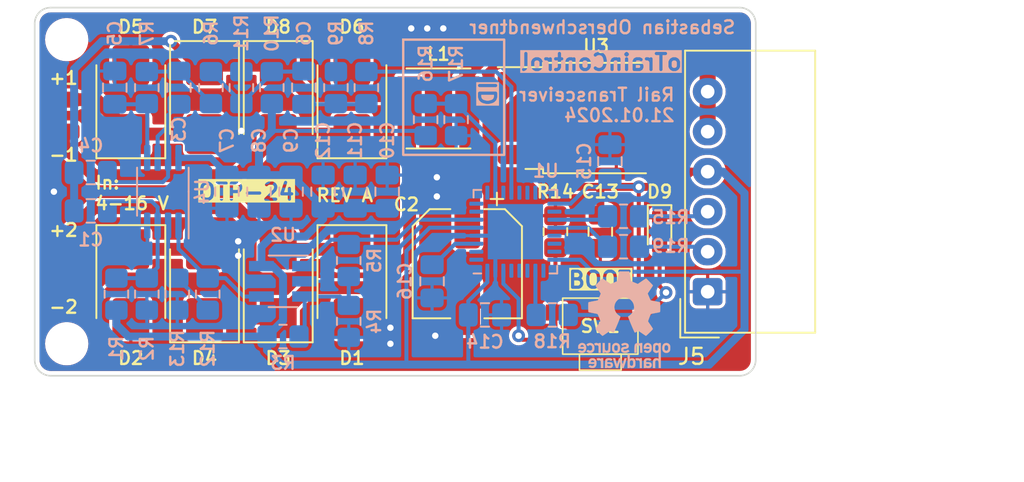
<source format=kicad_pcb>
(kicad_pcb (version 20221018) (generator pcbnew)
  (title_block (title "OTP24 - Rail Transceiver") (date "2024-01-21") (rev "A") (company "Sebastian Oberschwendtner") (comment 1 "www.github.com/SebastianOberschwendtner/OTP24-oTrainControl") (comment 4 "AISLER Project ID: XQQTRLXX"))
  (layers (0 "F.Cu" signal) (31 "B.Cu" signal) (34 "B.Paste" user) (35 "F.Paste" user) (36 "B.SilkS" user "B.Silkscreen") (37 "F.SilkS" user "F.Silkscreen") (38 "B.Mask" user) (39 "F.Mask" user) (44 "Edge.Cuts" user))
  (net 0 "")
  (net 1 "/Front End/Rail_In")
  (net 2 "/Connectors/DC_Rail")
  (net 3 "GND")
  (net 4 "Net-(C3-Pad1)")
  (net 5 "/Front End/Rail_Out")
  (net 6 "Net-(U4B-+)")
  (net 7 "Net-(C6-Pad1)")
  (net 8 "Net-(C6-Pad2)")
  (net 9 "+3V3")
  (net 10 "/Connectors/Rail_Raw")
  (net 11 "Net-(+1-Pin_1)")
  (net 12 "Net-(+2-Pin_1)")
  (net 13 "Net-(-1-Pin_1)")
  (net 14 "/Connectors/UART.TX")
  (net 15 "/Connectors/UART.RX")
  (net 16 "/Processor/BOOT0")
  (net 17 "Net-(U1-NRST)")
  (net 18 "/Processor/ID")
  (net 21 "Net-(U2-+)")
  (net 22 "/Front End/Pulse_In")
  (net 23 "/Front End/Pulse_Out")
  (net 24 "Net-(U2--)")
  (net 25 "Net-(U4A--)")
  (net 40 "Net-(U1-PA9)")
  (net 41 "Net-(U1-PA10)")
  (net 42 "Net-(U1-PB4)")
  (net 44 "Net-(-2-Pin_1)")
  (net 45 "Net-(D9-A)")
  (footprint "Diode_SMD:D_SMB" (layer "F.Cu") (at 146.8 104.25 -90)
    (fp_text reference "D1")
    (fp_text value "STPS 2L40U")
  )
  (footprint "Diode_SMD:D_SMB" (layer "F.Cu") (at 142.2 104.25 90)
    (fp_text reference "D3")
    (fp_text value "STPS 2L40U")
  )
  (footprint "Diode_SMD:D_SMB" (layer "F.Cu") (at 137.6 104.25 90)
    (fp_text reference "D4")
    (fp_text value "STPS 2L40U")
  )
  (footprint "Connector_Molex:Molex_SPOX_5268-06A_1x06_P2.50mm_Horizontal" (layer "F.Cu") (at 169 104.75 90)
    (fp_text reference "J5")
    (fp_text value "Conn_01x06_Socket")
  )
  (footprint "Diode_SMD:D_SMB" (layer "F.Cu") (at 142.2 92.75 -90)
    (fp_text reference "D8")
    (fp_text value "STPS 2L40U")
  )
  (footprint "Connector_Wire:SolderWirePad_1x01_SMD_1x2mm" (layer "F.Cu") (at 128.8 102.25 -90)
    (fp_text reference "+2")
    (fp_text value "Conn_01x01_Pin")
  )
  (footprint "Diode_SMD:D_SMB" (layer "F.Cu") (at 146.8 92.75 90)
    (fp_text reference "D6")
    (fp_text value "STPS 2L40U")
  )
  (footprint "Button_Switch_SMD_Extended:SW_SPST_Wuerth_WS-TASU_SMT" (layer "F.Cu") (at 162.3 106.9)
    (fp_text reference "SW1")
    (fp_text value "SW_Push")
  )
  (footprint "MountingHole:MountingHole_2.2mm_M2" (layer "F.Cu") (at 129 89)
    (fp_text reference "H1" hide)
    (fp_text value "MountingHole")
  )
  (footprint "Resistor_SMD:R_0805_2012Metric_Pad1.20x1.40mm_HandSolder" (layer "F.Cu") (at 159.5 101 90)
    (fp_text reference "R14")
    (fp_text value "10k")
  )
  (footprint "Connector_Wire:SolderWirePad_1x01_SMD_1x2mm" (layer "F.Cu") (at 128.8 104.25 -90)
    (fp_text reference "-2")
    (fp_text value "Conn_01x01_Pin")
  )
  (footprint "Package_TO_SOT_SMD:TO-252-2" (layer "F.Cu") (at 162.04 93.9)
    (fp_text reference "U3")
    (fp_text value "LF33_TO252")
  )
  (footprint "LED_SMD:LED_0603_1608Metric_Pad1.05x0.95mm_HandSolder" (layer "F.Cu") (at 166 101 -90)
    (fp_text reference "D9")
    (fp_text value "BLUE")
  )
  (footprint "Capacitor_SMD:CP_Elec_6.3x7.7" (layer "F.Cu") (at 154 103 -90)
    (fp_text reference "C2")
    (fp_text value "220u")
  )
  (footprint "Connector_Wire:SolderWirePad_1x01_SMD_1x2mm" (layer "F.Cu") (at 128.8 94.75 -90)
    (fp_text reference "-1")
    (fp_text value "Conn_01x01_Pin")
  )
  (footprint "Diode_SMD:D_SMB" (layer "F.Cu") (at 137.6 92.75 -90)
    (fp_text reference "D7")
    (fp_text value "STPS 2L40U")
  )
  (footprint "Diode_SMD:D_SMB" (layer "F.Cu") (at 133 92.75 90)
    (fp_text reference "D5")
    (fp_text value "STPS 2L40U")
  )
  (footprint "Connector_Wire:SolderWirePad_1x01_SMD_1x2mm" (layer "F.Cu") (at 128.8 92.75 90)
    (fp_text reference "+1")
    (fp_text value "Conn_01x01_Pin")
  )
  (footprint "MountingHole:MountingHole_2.2mm_M2" (layer "F.Cu") (at 129 108)
    (fp_text reference "H2" hide)
    (fp_text value "MountingHole")
  )
  (footprint "Capacitor_SMD:C_0805_2012Metric_Pad1.18x1.45mm_HandSolder" (layer "F.Cu") (at 162.3 101 -90)
    (fp_text reference "C13")
    (fp_text value "2.2u")
  )
  (footprint "Diode_SMD:D_SMB" (layer "F.Cu") (at 133 104.25 -90)
    (fp_text reference "D2")
    (fp_text value "STPS 2L40U")
  )
  (footprint "Inductor_SMD_Custom:L_Bourns_SRN5040" (layer "F.Cu") (at 152.2 93.3)
    (fp_text reference "L1")
    (fp_text value "33u")
  )
  (footprint "Resistor_SMD:R_0805_2012Metric_Pad1.20x1.40mm_HandSolder" (layer "B.Cu") (at 153.3 94 90)
    (fp_text reference "R17")
    (fp_text value "10k")
  )
  (footprint "Capacitor_SMD:C_0805_2012Metric_Pad1.18x1.45mm_HandSolder" (layer "B.Cu") (at 155.1 106.2)
    (fp_text reference "C14")
    (fp_text value "100n")
  )
  (footprint "Resistor_SMD:R_0805_2012Metric_Pad1.20x1.40mm_HandSolder" (layer "B.Cu") (at 134 104.9 -90)
    (fp_text reference "R2")
    (fp_text value "1k")
  )
  (footprint "Resistor_SMD:R_0805_2012Metric_Pad1.20x1.40mm_HandSolder" (layer "B.Cu") (at 146.6 106.6 -90)
    (fp_text reference "R4")
    (fp_text value "10k")
  )
  (footprint "Package_SO:MSOP-8_3x3mm_P0.65mm" (layer "B.Cu") (at 135 98.5 90)
    (fp_text reference "U4")
    (fp_text value "AD8656")
  )
  (footprint "Capacitor_SMD:C_0805_2012Metric_Pad1.18x1.45mm_HandSolder" (layer "B.Cu") (at 143.8 92 -90)
    (fp_text reference "C6")
    (fp_text value "47p")
  )
  (footprint "Capacitor_SMD:C_0805_2012Metric_Pad1.18x1.45mm_HandSolder" (layer "B.Cu") (at 141 98.5 90)
    (fp_text reference "C8")
    (fp_text value "100n")
  )
  (footprint "Capacitor_SMD:C_0805_2012Metric_Pad1.18x1.45mm_HandSolder" (layer "B.Cu") (at 132 92 -90)
    (fp_text reference "C5")
    (fp_text value "10p")
  )
  (footprint "Capacitor_SMD:C_0805_2012Metric_Pad1.18x1.45mm_HandSolder" (layer "B.Cu") (at 149 98.5 -90)
    (fp_text reference "C10")
    (fp_text value "24p")
  )
  (footprint "Capacitor_SMD:C_0805_2012Metric_Pad1.18x1.45mm_HandSolder" (layer "B.Cu") (at 136 92 -90)
    (fp_text reference "C3")
    (fp_text value "24p")
  )
  (footprint "Resistor_SMD:R_0805_2012Metric_Pad1.20x1.40mm_HandSolder" (layer "B.Cu") (at 134 92 -90)
    (fp_text reference "R7")
    (fp_text value "15.2k")
  )
  (footprint "Resistor_SMD:R_0805_2012Metric_Pad1.20x1.40mm_HandSolder" (layer "B.Cu") (at 159.3 106.2)
    (fp_text reference "R18")
    (fp_text value "100")
  )
  (footprint "Package_TO_SOT_SMD:SOT-23-5_HandSoldering" (layer "B.Cu") (at 142.5 104.1 180)
    (fp_text reference "U2")
    (fp_text value "TS3011")
  )
  (footprint "Resistor_SMD:R_0805_2012Metric_Pad1.20x1.40mm_HandSolder" (layer "B.Cu") (at 163.75 100.0375 180)
    (fp_text reference "R15")
    (fp_text value "100")
  )
  (footprint "Capacitor_SMD:C_0805_2012Metric_Pad1.18x1.45mm_HandSolder" (layer "B.Cu") (at 145 98.5 -90)
    (fp_text reference "C12")
    (fp_text value "100n")
  )
  (footprint "Resistor_SMD:R_0805_2012Metric_Pad1.20x1.40mm_HandSolder" (layer "B.Cu") (at 142.5 107.55)
    (fp_text reference "R3")
    (fp_text value "10k")
  )
  (footprint "Resistor_SMD:R_0805_2012Metric_Pad1.20x1.40mm_HandSolder" (layer "B.Cu") (at 146.6 102.8 90)
    (fp_text reference "R5")
    (fp_text value "100k")
  )
  (footprint "Resistor_SMD:R_0805_2012Metric_Pad1.20x1.40mm_HandSolder" (layer "B.Cu") (at 137.8 104.9 -90)
    (fp_text reference "R12")
    (fp_text value "1k")
  )
  (footprint "Resistor_SMD:R_0805_2012Metric_Pad1.20x1.40mm_HandSolder" (layer "B.Cu") (at 163.75 101.9375 180)
    (fp_text reference "R19")
    (fp_text value "100")
  )
  (footprint "Resistor_SMD:R_0805_2012Metric_Pad1.20x1.40mm_HandSolder" (layer "B.Cu") (at 139.9 92 -90)
    (fp_text reference "R11")
    (fp_text value "3.3k")
  )
  (footprint "Capacitor_SMD:C_0805_2012Metric_Pad1.18x1.45mm_HandSolder" (layer "B.Cu") (at 143 98.5 90)
    (fp_text reference "C9")
    (fp_text value "1n")
  )
  (footprint "Resistor_SMD:R_0805_2012Metric_Pad1.20x1.40mm_HandSolder" (layer "B.Cu") (at 145.8 92 -90)
    (fp_text reference "R9")
    (fp_text value "3.3k")
  )
  (footprint "Symbol:OSHW-Logo_5.7x6mm_SilkScreen" (layer "B.Cu") (at 163.8 106.5 180)
    (fp_text reference "REF**" hide)
    (fp_text value "OSHW-Logo_5.7x6mm_SilkScreen" hide)
  )
  (footprint "Capacitor_SMD:C_0805_2012Metric_Pad1.18x1.45mm_HandSolder" (layer "B.Cu") (at 147 98.5 -90)
    (fp_text reference "C11")
    (fp_text value "1n")
  )
  (footprint "Capacitor_SMD:C_0805_2012Metric_Pad1.18x1.45mm_HandSolder" (layer "B.Cu") (at 151.8 104.1 -90)
    (fp_text reference "C16")
    (fp_text value "10n")
  )
  (footprint "Resistor_SMD:R_0805_2012Metric_Pad1.20x1.40mm_HandSolder" (layer "B.Cu") (at 132.1 104.9 90)
    (fp_text reference "R1")
    (fp_text value "1k")
  )
  (footprint "Resistor_SMD:R_0805_2012Metric_Pad1.20x1.40mm_HandSolder" (layer "B.Cu") (at 141.8 92 -90)
    (fp_text reference "R10")
    (fp_text value "3.3k")
  )
  (footprint "Resistor_SMD:R_0805_2012Metric_Pad1.20x1.40mm_HandSolder" (layer "B.Cu") (at 138 92 -90)
    (fp_text reference "R6")
    (fp_text value "3k")
  )
  (footprint "Capacitor_SMD:C_0805_2012Metric_Pad1.18x1.45mm_HandSolder" (layer "B.Cu") (at 139 98.5 90)
    (fp_text reference "C7")
    (fp_text value "24p")
  )
  (footprint "Resistor_SMD:R_0805_2012Metric_Pad1.20x1.40mm_HandSolder" (layer "B.Cu") (at 147.7 92 -90)
    (fp_text reference "R8")
    (fp_text value "1k")
  )
  (footprint "Capacitor_SMD:C_0805_2012Metric_Pad1.18x1.45mm_HandSolder" (layer "B.Cu") (at 130.5 99.7 180)
    (fp_text reference "C1")
    (fp_text value "100n")
  )
  (footprint "Resistor_SMD:R_0805_2012Metric_Pad1.20x1.40mm_HandSolder" (layer "B.Cu") (at 135.9 104.9 90)
    (fp_text reference "R13")
    (fp_text value "1k")
  )
  (footprint "Capacitor_SMD:C_0805_2012Metric_Pad1.18x1.45mm_HandSolder" (layer "B.Cu") (at 162.9 96.6 90)
    (fp_text reference "C15")
    (fp_text value "100n")
  )
  (footprint "Capacitor_SMD:C_0805_2012Metric_Pad1.18x1.45mm_HandSolder" (layer "B.Cu") (at 130.5 97.3 180)
    (fp_text reference "C4")
    (fp_text value "100n")
  )
  (footprint "Resistor_SMD:R_0805_2012Metric_Pad1.20x1.40mm_HandSolder" (layer "B.Cu") (at 151.4 94 -90)
    (fp_text reference "R16")
    (fp_text value "10k")
  )
  (footprint "Package_DFN_QFN:QFN-32-1EP_5x5mm_P0.5mm_EP3.45x3.45mm" (layer "B.Cu") (at 157 101)
    (fp_text reference "U1")
    (fp_text value "STM32L071K8Ux")
  )
  (gr_rect (start 150 89) (end 156.3 96.2) (stroke (width 0.15)) (fill none) (layer "B.SilkS"))
  (gr_line (start 172 88) (end 172 109) (stroke (width 0.1)) (layer "Edge.Cuts"))
  (gr_line (start 128 87) (end 171 87) (stroke (width 0.1)) (layer "Edge.Cuts"))
  (gr_arc (start 128 110) (mid 127.292893 109.707107) (end 127 109) (stroke (width 0.1)) (layer "Edge.Cuts"))
  (gr_arc (start 127 88) (mid 127.292893 87.292893) (end 128 87) (stroke (width 0.1)) (layer "Edge.Cuts"))
  (gr_arc (start 171 87) (mid 171.707107 87.292893) (end 172 88) (stroke (width 0.1)) (layer "Edge.Cuts"))
  (gr_line (start 127 109) (end 127 88) (stroke (width 0.1)) (layer "Edge.Cuts"))
  (gr_line (start 171 110) (end 128 110) (stroke (width 0.1)) (layer "Edge.Cuts"))
  (gr_arc (start 172 109) (mid 171.707107 109.707107) (end 171 110) (stroke (width 0.1)) (layer "Edge.Cuts"))
  (gr_text "oTrainControl" (at 167.5 91) (layer "B.SilkS" knockout) (effects (font (size 1 1) (thickness 0.2) bold) (justify left bottom mirror)))
  (gr_text "Rail Transceiver\n21.01.2024" (at 167.015238 94.2) (layer "B.SilkS") (effects (font (size 0.8 0.8)) (justify left bottom mirror)))
  (gr_text "ID" (at 155.9 91.5 90) (layer "B.SilkS" knockout) (effects (font (size 1 1) (thickness 0.2) bold) (justify left bottom mirror)))
  (gr_text "Sebastian Oberschwendtner" (at 170.805715 88.7) (layer "B.SilkS") (effects (font (size 0.8 0.8)) (justify left bottom mirror)))
  (gr_text "OTP-24" (at 137.1 99.1) (layer "F.SilkS" knockout) (effects (font (size 1 1) (thickness 0.2) bold) (justify left bottom)))
  (gr_text "In:\n4-16 V" (at 130.7 99.7) (layer "F.SilkS") (effects (font (size 0.8 0.8)) (justify left bottom)))
  (gr_text "REV A" (at 144.5 99.2) (layer "F.SilkS") (effects (font (size 0.8 0.8)) (justify left bottom)))
  (gr_text "BOOT" (at 160.2 104.6) (layer "F.SilkS" knockout) (effects (font (size 1 1) (thickness 0.2) bold) (justify left bottom)))
  (segment (start 134.675 100.6125) (end 134.675 103.225) (width 0.25) (layer "B.Cu") (net 1))
  (segment (start 134.675 99.475) (end 134.3 99.1) (width 0.25) (layer "B.Cu") (net 1))
  (segment (start 132.1 103.9) (end 134 103.9) (width 0.25) (layer "B.Cu") (net 1))
  (segment (start 134.675 103.225) (end 134 103.9) (width 0.25) (layer "B.Cu") (net 1))
  (segment (start 131.9375 99.1) (end 131.5375 99.5) (width 0.25) (layer "B.Cu") (net 1))
  (segment (start 134.675 100.6125) (end 134.675 99.475) (width 0.25) (layer "B.Cu") (net 1))
  (segment (start 134.3 99.1) (end 131.9375 99.1) (width 0.25) (layer "B.Cu") (net 1))
  (segment (start 169 94.75) (end 169 92.25) (width 1) (layer "F.Cu") (net 2))
  (segment (start 154 101.4) (end 154 93) (width 1) (layer "F.Cu") (net 2))
  (segment (start 157 91.62) (end 155.32 93.3) (width 0.8) (layer "F.Cu") (net 2))
  (segment (start 169 90.3) (end 167.7 89) (width 1) (layer "F.Cu") (net 2))
  (segment (start 154 91) (end 154 93) (width 1) (layer "F.Cu") (net 2))
  (segment (start 169 92.25) (end 169 90.3) (width 1) (layer "F.Cu") (net 2))
  (segment (start 156 89) (end 154 91) (width 1) (layer "F.Cu") (net 2))
  (segment (start 167.7 89) (end 156 89) (width 1) (layer "F.Cu") (net 2))
  (segment (start 155.32 93.3) (end 154 93.3) (width 0.8) (layer "F.Cu") (net 2))
  (via (at 152.1 97.6) (size 0.8) (drill 0.4) (layers "F.Cu" "B.Cu") (net 3))
  (via (at 139.9 94.7) (size 0.8) (drill 0.4) (layers "F.Cu" "B.Cu") (net 3))
  (via (at 151.5 88.3) (size 0.8) (drill 0.4) (layers "F.Cu" "B.Cu") (net 3))
  (via (at 139.7 101.6) (size 0.8) (drill 0.4) (layers "F.Cu" "B.Cu") (net 3))
  (via (at 152.1 98.8) (size 0.8) (drill 0.4) (layers "F.Cu" "B.Cu") (net 3))
  (via (at 150.5 88.3) (size 0.8) (drill 0.4) (layers "F.Cu" "B.Cu") (net 3))
  (via (at 149.2 108) (size 0.8) (drill 0.4) (layers "F.Cu" "B.Cu") (net 3))
  (via (at 128.2 98.5) (size 0.8) (drill 0.4) (layers "F.Cu" "B.Cu") (net 3))
  (via (at 152 107.5) (size 0.8) (drill 0.4) (layers "F.Cu" "B.Cu") (net 3))
  (via (at 149.2 107) (size 0.8) (drill 0.4) (layers "F.Cu" "B.Cu") (net 3))
  (via (at 139.7 102.5) (size 0.8) (drill 0.4) (layers "F.Cu" "B.Cu") (net 3))
  (via (at 152.5 88.3) (size 0.8) (drill 0.4) (layers "F.Cu" "B.Cu") (net 3))
  (segment (start 156.75 101.25) (end 157 101) (width 0.25) (layer "B.Cu") (net 3))
  (segment (start 155.75 102.25) (end 157 101) (width 0.25) (layer "B.Cu") (net 3))
  (segment (start 155.75 103.4375) (end 155.75 102.25) (width 0.25) (layer "B.Cu") (net 3))
  (segment (start 154.5625 101.25) (end 156.75 101.25) (width 0.25) (layer "B.Cu") (net 3))
  (segment (start 135.9625 91) (end 136 90.9625) (width 0.25) (layer "B.Cu") (net 4))
  (segment (start 134 91) (end 135.9625 91) (width 0.25) (layer "B.Cu") (net 4))
  (segment (start 138 92.9625) (end 138 93) (width 0.25) (layer "B.Cu") (net 4))
  (segment (start 136 90.9625) (end 138 92.9625) (width 0.25) (layer "B.Cu") (net 4))
  (segment (start 135.325 94.4) (end 135.325 93.7125) (width 0.25) (layer "B.Cu") (net 5))
  (segment (start 134.675 96.3875) (end 134.675 95.05) (width 0.25) (layer "B.Cu") (net 5))
  (segment (start 135.325 96.3875) (end 135.325 97.575) (width 0.25) (layer "B.Cu") (net 5))
  (segment (start 135.325 97.575) (end 135 97.9) (width 0.25) (layer "B.Cu") (net 5))
  (segment (start 134.675 95.05) (end 135.325 94.4) (width 0.25) (layer "B.Cu") (net 5))
  (segment (start 135.325 93.7125) (end 136 93.0375) (width 0.25) (layer "B.Cu") (net 5))
  (segment (start 131.9375 97.9) (end 131.5375 97.5) (width 0.25) (layer "B.Cu") (net 5))
  (segment (start 135 97.9) (end 131.9375 97.9) (width 0.25) (layer "B.Cu") (net 5))
  (segment (start 135.325 96.3875) (end 135.325 94.4) (width 0.25) (layer "B.Cu") (net 5))
  (segment (start 133.9625 93.0375) (end 134 93) (width 0.25) (layer "B.Cu") (net 6))
  (segment (start 132 93.0375) (end 133.9625 93.0375) (width 0.25) (layer "B.Cu") (net 6))
  (segment (start 134.025 96.3875) (end 134.025 93.025) (width 0.25) (layer "B.Cu") (net 6))
  (segment (start 134.025 93.025) (end 134 93) (width 0.25) (layer "B.Cu") (net 6))
  (segment (start 141.8 91) (end 143.7625 91) (width 0.25) (layer "B.Cu") (net 7))
  (segment (start 143.7625 91) (end 143.8 90.9625) (width 0.25) (layer "B.Cu") (net 7))
  (segment (start 139.9 92.9) (end 139.9 93) (width 0.25) (layer "B.Cu") (net 7))
  (segment (start 141.8 91.1) (end 141.8 91) (width 0.25) (layer "B.Cu") (net 7))
  (segment (start 138 91) (end 139.9 92.9) (width 0.25) (layer "B.Cu") (net 7))
  (segment (start 139.9 93) (end 141.8 91.1) (width 0.25) (layer "B.Cu") (net 7))
  (segment (start 147.6625 93.0375) (end 147.7 93) (width 0.25) (layer "B.Cu") (net 8))
  (segment (start 143.8 93.0375) (end 147.6625 93.0375) (width 0.25) (layer "B.Cu") (net 8))
  (segment (start 167.95 97.25) (end 167 98.2) (width 0.5) (layer "F.Cu") (net 9))
  (segment (start 169 97.25) (end 167.95 97.25) (width 0.5) (layer "F.Cu") (net 9))
  (segment (start 162.2 98.2) (end 161.5 98.2) (width 0.5) (layer "F.Cu") (net 9))
  (segment (start 164.7 105.65) (end 164.7 98.2) (width 0.25) (layer "F.Cu") (net 9))
  (segment (start 164.7 98.2) (end 162.2 98.2) (width 0.5) (layer "F.Cu") (net 9))
  (segment (start 162.3 99.9625) (end 162.3 98.2) (width 0.5) (layer "F.Cu") (net 9))
  (segment (start 159.02 98.2) (end 157 96.18) (width 0.5) (layer "F.Cu") (net 9))
  (segment (start 167 98.2) (end 164.7 98.2) (width 0.5) (layer "F.Cu") (net 9))
  (segment (start 165.1 106.05) (end 164.7 105.65) (width 0.25) (layer "F.Cu") (net 9))
  (segment (start 161.5 98.2) (end 159.02 98.2) (width 0.5) (layer "F.Cu") (net 9))
  (segment (start 165.1 107.75) (end 165.1 106.05) (width 0.25) (layer "F.Cu") (net 9))
  (via (at 164.7 98.2) (size 0.8) (drill 0.4) (layers "F.Cu" "B.Cu") (net 9))
  (segment (start 141 95.5) (end 141 97.4625) (width 0.5) (layer "B.Cu") (net 9))
  (segment (start 150.3 109.3) (end 142.4 109.3) (width 0.5) (layer "B.Cu") (net 9))
  (segment (start 171.2 103.5) (end 161.8 103.5) (width 0.25) (layer "B.Cu") (net 9))
  (segment (start 155.25 104.15) (end 154.0625 105.3375) (width 0.25) (layer "B.Cu") (net 9))
  (segment (start 164.6625 98.1625) (end 164.7 98.2) (width 0.25) (layer "B.Cu") (net 9))
  (segment (start 141.15 101.95) (end 141.8 101.3) (width 0.5) (layer "B.Cu") (net 9))
  (segment (start 151.4 95) (end 151.4 94.9) (width 0.25) (layer "B.Cu") (net 9))
  (segment (start 141.8 93) (end 141.8 94.7) (width 0.5) (layer "B.Cu") (net 9))
  (segment (start 155.25 103.4375) (end 155.25 104.15) (width 0.25) (layer "B.Cu") (net 9))
  (segment (start 132.85 107.55) (end 141.5 107.55) (width 0.5) (layer "B.Cu") (net 9))
  (segment (start 149 99.5375) (end 145 99.5375) (width 0.5) (layer "B.Cu") (net 9))
  (segment (start 150.2 109.2) (end 150.2 102.2) (width 0.25) (layer "B.Cu") (net 9))
  (segment (start 143.9 101.3) (end 145 100.2) (width 0.5) (layer "B.Cu") (net 9))
  (segment (start 154.0625 105.3375) (end 154.0625 106.2) (width 0.25) (layer "B.Cu") (net 9))
  (segment (start 141.15 103.15) (end 141.15 101.95) (width 0.5) (layer "B.Cu") (net 9))
  (segment (start 171.3 103.5) (end 171.3 98.6) (width 0.5) (layer "B.Cu") (net 9))
  (segment (start 164.7 98.2) (end 161.5 98.2) (width 0.25) (layer "B.Cu") (net 9))
  (segment (start 142.4 109.3) (end 141.5 108.4) (width 0.5) (layer "B.Cu") (net 9))
  (segment (start 142.5 103.8) (end 141.85 103.15) (width 0.5) (layer "B.Cu") (net 9))
  (segment (start 171.3 103.5) (end 171.3 107.1) (width 0.5) (layer "B.Cu") (net 9))
  (segment (start 143 97.4625) (end 139 97.4625) (width 0.5) (layer "B.Cu") (net 9))
  (segment (start 162.9 98.1625) (end 164.6625 98.1625) (width 0.25) (layer "B.Cu") (net 9))
  (segment (start 141.5 108.4) (end 141.5 107.55) (width 0.5) (layer "B.Cu") (net 9))
  (segment (start 142.5 106.55) (end 142.5 103.8) (width 0.5) (layer "B.Cu") (net 9))
  (segment (start 169.1 109.3) (end 154 109.3) (width 0.5) (layer "B.Cu") (net 9))
  (segment (start 151.4 95) (end 151.1 94.7) (width 0.25) (layer "B.Cu") (net 9))
  (segment (start 161.5 98.2) (end 160.45 99.25) (width 0.25) (layer "B.Cu") (net 9))
  (segment (start 139 97.4625) (end 139 97.4) (width 0.5) (layer "B.Cu") (net 9))
  (segment (start 135.975 96.3875) (end 137.9875 96.3875) (width 0.4) (layer "B.Cu") (net 9))
  (segment (start 150.2 102.2) (end 151.65 100.75) (width 0.25) (layer "B.Cu") (net 9))
  (segment (start 154.0625 109.2375) (end 154 109.3) (width 0.25) (layer "B.Cu") (net 9))
  (segment (start 169.95 97.25) (end 169 97.25) (width 0.5) (layer "B.Cu") (net 9))
  (segment (start 161.05 102.75) (end 159.4375 102.75) (width 0.25) (layer "B.Cu") (net 9))
  (segment (start 151.65 100.75) (end 154.5625 100.75) (width 0.25) (layer "B.Cu") (net 9))
  (segment (start 132.1 106.8) (end 132.85 107.55) (width 0.5) (layer "B.Cu") (net 9))
  (segment (start 171.3 98.6) (end 169.95 97.25) (width 0.5) (layer "B.Cu") (net 9))
  (segment (start 171.3 107.1) (end 169.1 109.3) (width 0.5) (layer "B.Cu") (net 9))
  (segment (start 154.0625 106.2) (end 154.0625 109.2375) (width 0.25) (layer "B.Cu") (net 9))
  (segment (start 141.85 103.15) (end 141.15 103.15) (width 0.5) (layer "B.Cu") (net 9))
  (segment (start 139 97.4) (end 137.9875 96.3875) (width 0.4) (layer "B.Cu") (net 9))
  (segment (start 141.5 107.55) (end 142.5 106.55) (width 0.5) (layer "B.Cu") (net 9))
  (segment (start 151.1 94.7) (end 141.8 94.7) (width 0.25) (layer "B.Cu") (net 9))
  (segment (start 145 100.2) (end 145 99.5375) (width 0.5) (layer "B.Cu") (net 9))
  (segment (start 160.45 99.25) (end 159.4375 99.25) (width 0.25) (layer "B.Cu") (net 9))
  (segment (start 150.3 109.3) (end 150.2 109.2) (width 0.25) (layer "B.Cu") (net 9))
  (segment (start 141.8 94.7) (end 141 95.5) (width 0.5) (layer "B.Cu") (net 9))
  (segment (start 161.8 103.5) (end 161.05 102.75) (width 0.25) (layer "B.Cu") (net 9))
  (segment (start 154 109.3) (end 150.3 109.3) (width 0.5) (layer "B.Cu") (net 9))
  (segment (start 145 99.5375) (end 145 99.4625) (width 0.5) (layer "B.Cu") (net 9))
  (segment (start 132.1 105.9) (end 132.1 106.8) (width 0.5) (layer "B.Cu") (net 9))
  (segment (start 145 99.4625) (end 143 97.4625) (width 0.5) (layer "B.Cu") (net 9))
  (segment (start 141.8 101.3) (end 143.9 101.3) (width 0.5) (layer "B.Cu") (net 9))
  (segment (start 144.1 92.5) (end 150.4 92.5) (width 0.8) (layer "F.Cu") (net 10))
  (segment (start 142.2 90.6) (end 144.1 92.5) (width 0.8) (layer "F.Cu") (net 10))
  (segment (start 137.6 90.6) (end 142.2 90.6) (width 0.8) (layer "F.Cu") (net 10))
  (segment (start 135.5 89.1) (end 137 90.6) (width 0.5) (layer "F.Cu") (net 10))
  (segment (start 150.4 92.5) (end 150.4 94.5) (width 0.8) (layer "F.Cu") (net 10))
  (segment (start 142.2 90.6) (end 142.2 89.8) (width 0.5) (layer "F.Cu") (net 10))
  (segment (start 142.2 106.4) (end 142.2 107.2) (width 0.5) (layer "F.Cu") (net 10))
  (segment (start 144.1 104.5) (end 148.4 104.5) (width 0.8) (layer "F.Cu") (net 10))
  (segment (start 142.2 106.4) (end 144.1 104.5) (width 0.8) (layer "F.Cu") (net 10))
  (segment (start 150.4 102.5) (end 150.4 93.7) (width 0.8) (layer "F.Cu") (net 10))
  (segment (start 148.4 104.5) (end 150.4 102.5) (width 0.8) (layer "F.Cu") (net 10))
  (segment (start 137.6 106.4) (end 142.2 106.4) (width 0.8) (layer "F.Cu") (net 10))
  (segment (start 137 90.6) (end 137.6 90.6) (width 0.5) (layer "F.Cu") (net 10))
  (via (at 135.5 89.1) (size 0.8) (drill 0.4) (layers "F.Cu" "B.Cu") (net 10))
  (segment (start 129.4625 90.8375) (end 129.4625 99.5) (width 0.5) (layer "B.Cu") (net 10))
  (segment (start 131.2 89.1) (end 129.4625 90.8375) (width 0.5) (layer "B.Cu") (net 10))
  (segment (start 135.5 89.1) (end 131.2 89.1) (width 0.5) (layer "B.Cu") (net 10))
  (segment (start 130.85 92.75) (end 133 94.9) (width 0.8) (layer "F.Cu") (net 11))
  (segment (start 128.5 92.75) (end 130.85 92.75) (width 0.8) (layer "F.Cu") (net 11))
  (segment (start 133 94.9) (end 137.6 94.9) (width 0.8) (layer "F.Cu") (net 11))
  (segment (start 128.8 101.4) (end 130.7 99.5) (width 0.8) (layer "F.Cu") (net 12))
  (segment (start 130.7 99.5) (end 139.6 99.5) (width 0.8) (layer "F.Cu") (net 12))
  (segment (start 139.6 99.5) (end 142.2 102.1) (width 0.8) (layer "F.Cu") (net 12))
  (segment (start 128.8 102.25) (end 128.8 101.4) (width 0.8) (layer "F.Cu") (net 12))
  (segment (start 142.2 102.1) (end 146.8 102.1) (width 0.8) (layer "F.Cu") (net 12))
  (segment (start 142.2 94.9) (end 146.8 94.9) (width 0.8) (layer "F.Cu") (net 13))
  (segment (start 128.8 94.75) (end 128.8 95.6) (width 0.8) (layer "F.Cu") (net 13))
  (segment (start 139.6 97.5) (end 142.2 94.9) (width 0.8) (layer "F.Cu") (net 13))
  (segment (start 128.8 95.6) (end 130.7 97.5) (width 0.8) (layer "F.Cu") (net 13))
  (segment (start 130.7 97.5) (end 139.6 97.5) (width 0.8) (layer "F.Cu") (net 13))
  (segment (start 164.75 100.0375) (end 168.7125 100.0375) (width 0.25) (layer "B.Cu") (net 14))
  (segment (start 168.7125 100.0375) (end 169 99.75) (width 0.25) (layer "B.Cu") (net 14))
  (segment (start 168.6875 101.9375) (end 169 102.25) (width 0.25) (layer "B.Cu") (net 15))
  (segment (start 164.75 101.9375) (end 168.6875 101.9375) (width 0.25) (layer "B.Cu") (net 15))
  (segment (start 159.5 107.75) (end 159.5 106.05) (width 0.25) (layer "F.Cu") (net 16))
  (segment (start 159.5 106.05) (end 159.5 102.5) (width 0.25) (layer "F.Cu") (net 16))
  (segment (start 157.2 107.5) (end 157.45 107.75) (width 0.25) (layer "F.Cu") (net 16))
  (segment (start 159.5 102.5) (end 160 102) (width 0.25) (layer "F.Cu") (net 16))
  (segment (start 157.45 107.75) (end 159.5 107.75) (width 0.25) (layer "F.Cu") (net 16))
  (via (at 157.2 107.5) (size 0.8) (drill 0.4) (layers "F.Cu" "B.Cu") (net 16))
  (segment (start 157.2 105.2) (end 156.25 104.25) (width 0.25) (layer "B.Cu") (net 16))
  (segment (start 157.2 107.5) (end 157.2 105.2) (width 0.25) (layer "B.Cu") (net 16))
  (segment (start 156.25 104.25) (end 156.25 103.4375) (width 0.25) (layer "B.Cu") (net 16))
  (segment (start 151.9375 103.0625) (end 153.25 101.75) (width 0.25) (layer "B.Cu") (net 17))
  (segment (start 151.5375 103.0625) (end 151.9375 103.0625) (width 0.25) (layer "B.Cu") (net 17))
  (segment (start 153.25 101.75) (end 154.5625 101.75) (width 0.25) (layer "B.Cu") (net 17))
  (segment (start 153.3 93) (end 155.75 95.45) (width 0.25) (layer "B.Cu") (net 18))
  (segment (start 155.75 95.45) (end 155.75 98.5625) (width 0.25) (layer "B.Cu") (net 18))
  (segment (start 151.4 93) (end 153.3 93) (width 0.25) (layer "B.Cu") (net 18))
  (segment (start 143.85 105.05) (end 143.9 105) (width 0.25) (layer "B.Cu") (net 21))
  (segment (start 143.85 107.2) (end 143.5 107.55) (width 0.25) (layer "B.Cu") (net 21))
  (segment (start 146.05 105.05) (end 143.85 105.05) (width 0.25) (layer "B.Cu") (net 21))
  (segment (start 143.85 105.1) (end 143.85 107.2) (width 0.25) (layer "B.Cu") (net 21))
  (segment (start 146.6 104.2) (end 146.6 105.6) (width 0.25) (layer "B.Cu") (net 21))
  (segment (start 146.6 105.6) (end 146.05 105.05) (width 0.25) (layer "B.Cu") (net 21))
  (segment (start 150.85 100.25) (end 154.5625 100.25) (width 0.25) (layer "B.Cu") (net 22))
  (segment (start 145.5 101.5) (end 149.6 101.5) (width 0.25) (layer "B.Cu") (net 22))
  (segment (start 149.6 101.5) (end 150.85 100.25) (width 0.25) (layer "B.Cu") (net 22))
  (segment (start 143.85 103.15) (end 145.5 101.5) (width 0.25) (layer "B.Cu") (net 22))
  (segment (start 155.8 91) (end 156.75 91.95) (width 0.25) (layer "B.Cu") (net 23))
  (segment (start 156.75 91.95) (end 156.75 98.5625) (width 0.25) (layer "B.Cu") (net 23))
  (segment (start 147.6625 90.9625) (end 147.7 91) (width 0.25) (layer "B.Cu") (net 23))
  (segment (start 147.7 91) (end 155.8 91) (width 0.25) (layer "B.Cu") (net 23))
  (segment (start 138.9 103.9) (end 140.05 105.05) (width 0.25) (layer "B.Cu") (net 24))
  (segment (start 137.8 103.9) (end 138.9 103.9) (width 0.25) (layer "B.Cu") (net 24))
  (segment (start 140.05 105.05) (end 141.15 105.05) (width 0.25) (layer "B.Cu") (net 24))
  (segment (start 135.975 100.6125) (end 135.975 102.075) (width 0.25) (layer "B.Cu") (net 24))
  (segment (start 135.975 102.075) (end 137.8 103.9) (width 0.25) (layer "B.Cu") (net 24))
  (segment (start 135.325 100.6125) (end 135.325 103.325) (width 0.25) (layer "B.Cu") (net 25))
  (segment (start 135.9 103.9) (end 137.8 105.8) (width 0.25) (layer "B.Cu") (net 25))
  (segment (start 137.8 105.8) (end 137.8 105.9) (width 0.25) (layer "B.Cu") (net 25))
  (segment (start 135.325 103.325) (end 135.9 103.9) (width 0.25) (layer "B.Cu") (net 25))
  (segment (start 159.4375 100.25) (end 162.5375 100.25) (width 0.25) (layer "B.Cu") (net 40))
  (segment (start 162.5375 100.25) (end 162.75 100.0375) (width 0.25) (layer "B.Cu") (net 40))
  (segment (start 159.4375 100.75) (end 161.5625 100.75) (width 0.25) (layer "B.Cu") (net 41))
  (segment (start 161.5625 100.75) (end 162.75 101.9375) (width 0.25) (layer "B.Cu") (net 41))
  (segment (start 158.25 103.4375) (end 158.25 106.65) (width 0.25) (layer "B.Cu") (net 42))
  (segment (start 128.5 104.25) (end 130.85 104.25) (width 0.8) (layer "F.Cu") (net 44))
  (segment (start 130.85 104.25) (end 133 102.1) (width 0.8) (layer "F.Cu") (net 44))
  (segment (start 133 102.1) (end 137.6 102.1) (width 0.8) (layer "F.Cu") (net 44))
  (segment (start 166 104.4) (end 166.4 104.8) (width 0.25) (layer "F.Cu") (net 45))
  (segment (start 166 101.875) (end 166 104.4) (width 0.25) (layer "F.Cu") (net 45))
  (via (at 166.4 104.8) (size 0.8) (drill 0.4) (layers "F.Cu" "B.Cu") (net 45))
  (segment (start 166.4 104.8) (end 165 106.2) (width 0.25) (layer "B.Cu") (net 45))
  (segment (start 165 106.2) (end 160.3 106.2) (width 0.25) (layer "B.Cu") (net 45))
  (zone (net 3) (net_name "GND") (layers "F&B.Cu") (name "GND") (connect_pads (clearance 0.2)) (min_thickness 0.2) (fill yes (thermal_gap 0.2) (thermal_bridge_width 0.2) (island_removal_mode 2) (island_area_min 10))
    (polygon (pts (xy 127 87) (xy 172 87) (xy 172 110) (xy 127 110)))
  )
)
</source>
